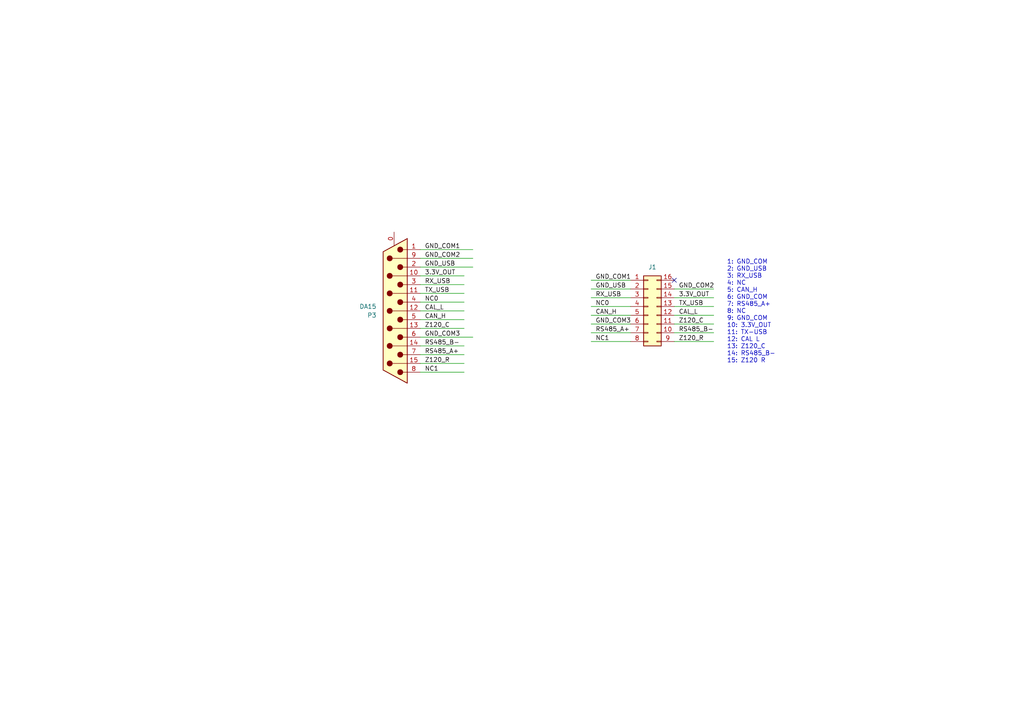
<source format=kicad_sch>
(kicad_sch (version 20230121) (generator eeschema)

  (uuid 982f3ef8-0476-4937-946f-4c922d7f21ea)

  (paper "A4")

  (lib_symbols
    (symbol "Connector:DA15_Plug_MountingHoles" (pin_names (offset 1.016) hide) (in_bom yes) (on_board yes)
      (property "Reference" "J" (at 0 24.13 0)
        (effects (font (size 1.27 1.27)))
      )
      (property "Value" "DA15_Plug_MountingHoles" (at 0 22.225 0)
        (effects (font (size 1.27 1.27)))
      )
      (property "Footprint" "" (at 0 0 0)
        (effects (font (size 1.27 1.27)) hide)
      )
      (property "Datasheet" " ~" (at 0 0 0)
        (effects (font (size 1.27 1.27)) hide)
      )
      (property "ki_keywords" "male plug D-SUB connector" (at 0 0 0)
        (effects (font (size 1.27 1.27)) hide)
      )
      (property "ki_description" "15-pin male plug pin D-SUB connector (low-density/2 columns), Mounting Hole" (at 0 0 0)
        (effects (font (size 1.27 1.27)) hide)
      )
      (property "ki_fp_filters" "DSUB*Male*" (at 0 0 0)
        (effects (font (size 1.27 1.27)) hide)
      )
      (symbol "DA15_Plug_MountingHoles_0_1"
        (circle (center -1.778 -17.78) (radius 0.762)
          (stroke (width 0) (type default))
          (fill (type outline))
        )
        (circle (center -1.778 -12.7) (radius 0.762)
          (stroke (width 0) (type default))
          (fill (type outline))
        )
        (circle (center -1.778 -7.62) (radius 0.762)
          (stroke (width 0) (type default))
          (fill (type outline))
        )
        (circle (center -1.778 -2.54) (radius 0.762)
          (stroke (width 0) (type default))
          (fill (type outline))
        )
        (circle (center -1.778 2.54) (radius 0.762)
          (stroke (width 0) (type default))
          (fill (type outline))
        )
        (circle (center -1.778 7.62) (radius 0.762)
          (stroke (width 0) (type default))
          (fill (type outline))
        )
        (circle (center -1.778 12.7) (radius 0.762)
          (stroke (width 0) (type default))
          (fill (type outline))
        )
        (circle (center -1.778 17.78) (radius 0.762)
          (stroke (width 0) (type default))
          (fill (type outline))
        )
        (polyline
          (pts
            (xy -3.81 -17.78)
            (xy -2.54 -17.78)
          )
          (stroke (width 0) (type default))
          (fill (type none))
        )
        (polyline
          (pts
            (xy -3.81 -15.24)
            (xy 0.508 -15.24)
          )
          (stroke (width 0) (type default))
          (fill (type none))
        )
        (polyline
          (pts
            (xy -3.81 -12.7)
            (xy -2.54 -12.7)
          )
          (stroke (width 0) (type default))
          (fill (type none))
        )
        (polyline
          (pts
            (xy -3.81 -10.16)
            (xy 0.508 -10.16)
          )
          (stroke (width 0) (type default))
          (fill (type none))
        )
        (polyline
          (pts
            (xy -3.81 -7.62)
            (xy -2.54 -7.62)
          )
          (stroke (width 0) (type default))
          (fill (type none))
        )
        (polyline
          (pts
            (xy -3.81 -5.08)
            (xy 0.508 -5.08)
          )
          (stroke (width 0) (type default))
          (fill (type none))
        )
        (polyline
          (pts
            (xy -3.81 -2.54)
            (xy -2.54 -2.54)
          )
          (stroke (width 0) (type default))
          (fill (type none))
        )
        (polyline
          (pts
            (xy -3.81 0)
            (xy 0.508 0)
          )
          (stroke (width 0) (type default))
          (fill (type none))
        )
        (polyline
          (pts
            (xy -3.81 2.54)
            (xy -2.54 2.54)
          )
          (stroke (width 0) (type default))
          (fill (type none))
        )
        (polyline
          (pts
            (xy -3.81 5.08)
            (xy 0.508 5.08)
          )
          (stroke (width 0) (type default))
          (fill (type none))
        )
        (polyline
          (pts
            (xy -3.81 7.62)
            (xy -2.54 7.62)
          )
          (stroke (width 0) (type default))
          (fill (type none))
        )
        (polyline
          (pts
            (xy -3.81 10.16)
            (xy 0.508 10.16)
          )
          (stroke (width 0) (type default))
          (fill (type none))
        )
        (polyline
          (pts
            (xy -3.81 12.7)
            (xy -2.54 12.7)
          )
          (stroke (width 0) (type default))
          (fill (type none))
        )
        (polyline
          (pts
            (xy -3.81 15.24)
            (xy 0.508 15.24)
          )
          (stroke (width 0) (type default))
          (fill (type none))
        )
        (polyline
          (pts
            (xy -3.81 17.78)
            (xy -2.54 17.78)
          )
          (stroke (width 0) (type default))
          (fill (type none))
        )
        (polyline
          (pts
            (xy -3.81 -20.955)
            (xy 3.175 -17.145)
            (xy 3.175 17.145)
            (xy -3.81 20.955)
            (xy -3.81 -20.955)
          )
          (stroke (width 0.254) (type default))
          (fill (type background))
        )
        (circle (center 1.27 -15.24) (radius 0.762)
          (stroke (width 0) (type default))
          (fill (type outline))
        )
        (circle (center 1.27 -10.16) (radius 0.762)
          (stroke (width 0) (type default))
          (fill (type outline))
        )
        (circle (center 1.27 -5.08) (radius 0.762)
          (stroke (width 0) (type default))
          (fill (type outline))
        )
        (circle (center 1.27 0) (radius 0.762)
          (stroke (width 0) (type default))
          (fill (type outline))
        )
        (circle (center 1.27 5.08) (radius 0.762)
          (stroke (width 0) (type default))
          (fill (type outline))
        )
        (circle (center 1.27 10.16) (radius 0.762)
          (stroke (width 0) (type default))
          (fill (type outline))
        )
        (circle (center 1.27 15.24) (radius 0.762)
          (stroke (width 0) (type default))
          (fill (type outline))
        )
      )
      (symbol "DA15_Plug_MountingHoles_1_1"
        (pin passive line (at 0 -22.86 90) (length 3.81)
          (name "PAD" (effects (font (size 1.27 1.27))))
          (number "0" (effects (font (size 1.27 1.27))))
        )
        (pin passive line (at -7.62 -17.78 0) (length 3.81)
          (name "1" (effects (font (size 1.27 1.27))))
          (number "1" (effects (font (size 1.27 1.27))))
        )
        (pin passive line (at -7.62 -10.16 0) (length 3.81)
          (name "P10" (effects (font (size 1.27 1.27))))
          (number "10" (effects (font (size 1.27 1.27))))
        )
        (pin passive line (at -7.62 -5.08 0) (length 3.81)
          (name "P111" (effects (font (size 1.27 1.27))))
          (number "11" (effects (font (size 1.27 1.27))))
        )
        (pin passive line (at -7.62 0 0) (length 3.81)
          (name "P12" (effects (font (size 1.27 1.27))))
          (number "12" (effects (font (size 1.27 1.27))))
        )
        (pin passive line (at -7.62 5.08 0) (length 3.81)
          (name "P13" (effects (font (size 1.27 1.27))))
          (number "13" (effects (font (size 1.27 1.27))))
        )
        (pin passive line (at -7.62 10.16 0) (length 3.81)
          (name "P14" (effects (font (size 1.27 1.27))))
          (number "14" (effects (font (size 1.27 1.27))))
        )
        (pin passive line (at -7.62 15.24 0) (length 3.81)
          (name "P15" (effects (font (size 1.27 1.27))))
          (number "15" (effects (font (size 1.27 1.27))))
        )
        (pin passive line (at -7.62 -12.7 0) (length 3.81)
          (name "2" (effects (font (size 1.27 1.27))))
          (number "2" (effects (font (size 1.27 1.27))))
        )
        (pin passive line (at -7.62 -7.62 0) (length 3.81)
          (name "3" (effects (font (size 1.27 1.27))))
          (number "3" (effects (font (size 1.27 1.27))))
        )
        (pin passive line (at -7.62 -2.54 0) (length 3.81)
          (name "4" (effects (font (size 1.27 1.27))))
          (number "4" (effects (font (size 1.27 1.27))))
        )
        (pin passive line (at -7.62 2.54 0) (length 3.81)
          (name "5" (effects (font (size 1.27 1.27))))
          (number "5" (effects (font (size 1.27 1.27))))
        )
        (pin passive line (at -7.62 7.62 0) (length 3.81)
          (name "6" (effects (font (size 1.27 1.27))))
          (number "6" (effects (font (size 1.27 1.27))))
        )
        (pin passive line (at -7.62 12.7 0) (length 3.81)
          (name "7" (effects (font (size 1.27 1.27))))
          (number "7" (effects (font (size 1.27 1.27))))
        )
        (pin passive line (at -7.62 17.78 0) (length 3.81)
          (name "8" (effects (font (size 1.27 1.27))))
          (number "8" (effects (font (size 1.27 1.27))))
        )
        (pin passive line (at -7.62 -15.24 0) (length 3.81)
          (name "P9" (effects (font (size 1.27 1.27))))
          (number "9" (effects (font (size 1.27 1.27))))
        )
      )
    )
    (symbol "Connector_Generic:Conn_02x08_Counter_Clockwise" (pin_names (offset 1.016) hide) (in_bom yes) (on_board yes)
      (property "Reference" "J" (at 1.27 10.16 0)
        (effects (font (size 1.27 1.27)))
      )
      (property "Value" "Conn_02x08_Counter_Clockwise" (at 1.27 -12.7 0)
        (effects (font (size 1.27 1.27)))
      )
      (property "Footprint" "" (at 0 0 0)
        (effects (font (size 1.27 1.27)) hide)
      )
      (property "Datasheet" "~" (at 0 0 0)
        (effects (font (size 1.27 1.27)) hide)
      )
      (property "ki_keywords" "connector" (at 0 0 0)
        (effects (font (size 1.27 1.27)) hide)
      )
      (property "ki_description" "Generic connector, double row, 02x08, counter clockwise pin numbering scheme (similar to DIP package numbering), script generated (kicad-library-utils/schlib/autogen/connector/)" (at 0 0 0)
        (effects (font (size 1.27 1.27)) hide)
      )
      (property "ki_fp_filters" "Connector*:*_2x??_*" (at 0 0 0)
        (effects (font (size 1.27 1.27)) hide)
      )
      (symbol "Conn_02x08_Counter_Clockwise_1_1"
        (rectangle (start -1.27 -10.033) (end 0 -10.287)
          (stroke (width 0.1524) (type default))
          (fill (type none))
        )
        (rectangle (start -1.27 -7.493) (end 0 -7.747)
          (stroke (width 0.1524) (type default))
          (fill (type none))
        )
        (rectangle (start -1.27 -4.953) (end 0 -5.207)
          (stroke (width 0.1524) (type default))
          (fill (type none))
        )
        (rectangle (start -1.27 -2.413) (end 0 -2.667)
          (stroke (width 0.1524) (type default))
          (fill (type none))
        )
        (rectangle (start -1.27 0.127) (end 0 -0.127)
          (stroke (width 0.1524) (type default))
          (fill (type none))
        )
        (rectangle (start -1.27 2.667) (end 0 2.413)
          (stroke (width 0.1524) (type default))
          (fill (type none))
        )
        (rectangle (start -1.27 5.207) (end 0 4.953)
          (stroke (width 0.1524) (type default))
          (fill (type none))
        )
        (rectangle (start -1.27 7.747) (end 0 7.493)
          (stroke (width 0.1524) (type default))
          (fill (type none))
        )
        (rectangle (start -1.27 8.89) (end 3.81 -11.43)
          (stroke (width 0.254) (type default))
          (fill (type background))
        )
        (rectangle (start 3.81 -10.033) (end 2.54 -10.287)
          (stroke (width 0.1524) (type default))
          (fill (type none))
        )
        (rectangle (start 3.81 -7.493) (end 2.54 -7.747)
          (stroke (width 0.1524) (type default))
          (fill (type none))
        )
        (rectangle (start 3.81 -4.953) (end 2.54 -5.207)
          (stroke (width 0.1524) (type default))
          (fill (type none))
        )
        (rectangle (start 3.81 -2.413) (end 2.54 -2.667)
          (stroke (width 0.1524) (type default))
          (fill (type none))
        )
        (rectangle (start 3.81 0.127) (end 2.54 -0.127)
          (stroke (width 0.1524) (type default))
          (fill (type none))
        )
        (rectangle (start 3.81 2.667) (end 2.54 2.413)
          (stroke (width 0.1524) (type default))
          (fill (type none))
        )
        (rectangle (start 3.81 5.207) (end 2.54 4.953)
          (stroke (width 0.1524) (type default))
          (fill (type none))
        )
        (rectangle (start 3.81 7.747) (end 2.54 7.493)
          (stroke (width 0.1524) (type default))
          (fill (type none))
        )
        (pin passive line (at -5.08 7.62 0) (length 3.81)
          (name "Pin_1" (effects (font (size 1.27 1.27))))
          (number "1" (effects (font (size 1.27 1.27))))
        )
        (pin passive line (at 7.62 -7.62 180) (length 3.81)
          (name "Pin_10" (effects (font (size 1.27 1.27))))
          (number "10" (effects (font (size 1.27 1.27))))
        )
        (pin passive line (at 7.62 -5.08 180) (length 3.81)
          (name "Pin_11" (effects (font (size 1.27 1.27))))
          (number "11" (effects (font (size 1.27 1.27))))
        )
        (pin passive line (at 7.62 -2.54 180) (length 3.81)
          (name "Pin_12" (effects (font (size 1.27 1.27))))
          (number "12" (effects (font (size 1.27 1.27))))
        )
        (pin passive line (at 7.62 0 180) (length 3.81)
          (name "Pin_13" (effects (font (size 1.27 1.27))))
          (number "13" (effects (font (size 1.27 1.27))))
        )
        (pin passive line (at 7.62 2.54 180) (length 3.81)
          (name "Pin_14" (effects (font (size 1.27 1.27))))
          (number "14" (effects (font (size 1.27 1.27))))
        )
        (pin passive line (at 7.62 5.08 180) (length 3.81)
          (name "Pin_15" (effects (font (size 1.27 1.27))))
          (number "15" (effects (font (size 1.27 1.27))))
        )
        (pin passive line (at 7.62 7.62 180) (length 3.81)
          (name "Pin_16" (effects (font (size 1.27 1.27))))
          (number "16" (effects (font (size 1.27 1.27))))
        )
        (pin passive line (at -5.08 5.08 0) (length 3.81)
          (name "Pin_2" (effects (font (size 1.27 1.27))))
          (number "2" (effects (font (size 1.27 1.27))))
        )
        (pin passive line (at -5.08 2.54 0) (length 3.81)
          (name "Pin_3" (effects (font (size 1.27 1.27))))
          (number "3" (effects (font (size 1.27 1.27))))
        )
        (pin passive line (at -5.08 0 0) (length 3.81)
          (name "Pin_4" (effects (font (size 1.27 1.27))))
          (number "4" (effects (font (size 1.27 1.27))))
        )
        (pin passive line (at -5.08 -2.54 0) (length 3.81)
          (name "Pin_5" (effects (font (size 1.27 1.27))))
          (number "5" (effects (font (size 1.27 1.27))))
        )
        (pin passive line (at -5.08 -5.08 0) (length 3.81)
          (name "Pin_6" (effects (font (size 1.27 1.27))))
          (number "6" (effects (font (size 1.27 1.27))))
        )
        (pin passive line (at -5.08 -7.62 0) (length 3.81)
          (name "Pin_7" (effects (font (size 1.27 1.27))))
          (number "7" (effects (font (size 1.27 1.27))))
        )
        (pin passive line (at -5.08 -10.16 0) (length 3.81)
          (name "Pin_8" (effects (font (size 1.27 1.27))))
          (number "8" (effects (font (size 1.27 1.27))))
        )
        (pin passive line (at 7.62 -10.16 180) (length 3.81)
          (name "Pin_9" (effects (font (size 1.27 1.27))))
          (number "9" (effects (font (size 1.27 1.27))))
        )
      )
    )
  )


  (no_connect (at 195.58 81.28) (uuid ec303581-3e24-4386-9870-4c6030b230cb))

  (wire (pts (xy 121.92 87.63) (xy 134.62 87.63))
    (stroke (width 0) (type default))
    (uuid 06637527-4a18-4733-8292-27bd9321679f)
  )
  (wire (pts (xy 121.92 77.47) (xy 137.16 77.47))
    (stroke (width 0) (type default))
    (uuid 12fcb899-5cfc-4b0e-b1c1-82a981bf542f)
  )
  (wire (pts (xy 121.92 80.01) (xy 134.62 80.01))
    (stroke (width 0) (type default))
    (uuid 14fdfb03-ab22-42c0-90da-5f03bd0f2e64)
  )
  (wire (pts (xy 171.45 91.44) (xy 182.88 91.44))
    (stroke (width 0) (type default))
    (uuid 16ecac25-fd8c-453b-b816-2280e089d53f)
  )
  (wire (pts (xy 121.92 90.17) (xy 134.62 90.17))
    (stroke (width 0) (type default))
    (uuid 18b51bfe-e726-4cf9-ab3f-799936126192)
  )
  (wire (pts (xy 121.92 97.79) (xy 137.16 97.79))
    (stroke (width 0) (type default))
    (uuid 1ad974f2-50ae-4436-849f-827b19e3e0cb)
  )
  (wire (pts (xy 171.45 99.06) (xy 182.88 99.06))
    (stroke (width 0) (type default))
    (uuid 233ed099-fa33-4eb5-a69d-bed0a8b59b4c)
  )
  (wire (pts (xy 195.58 93.98) (xy 207.01 93.98))
    (stroke (width 0) (type default))
    (uuid 2671eaa9-eb2c-4ee3-90df-d8b8f7f855cb)
  )
  (wire (pts (xy 195.58 86.36) (xy 207.01 86.36))
    (stroke (width 0) (type default))
    (uuid 2e572189-bfab-4f10-9968-23cc0117cca0)
  )
  (wire (pts (xy 195.58 88.9) (xy 207.01 88.9))
    (stroke (width 0) (type default))
    (uuid 347bebe6-08ef-4572-8d31-87376a2e2670)
  )
  (wire (pts (xy 121.92 100.33) (xy 134.62 100.33))
    (stroke (width 0) (type default))
    (uuid 40ee40a0-95a8-4aab-92ea-41f05536fe30)
  )
  (wire (pts (xy 121.92 72.39) (xy 137.16 72.39))
    (stroke (width 0) (type default))
    (uuid 47e71d92-94d7-4dfa-a686-bacfdd02dae8)
  )
  (wire (pts (xy 195.58 99.06) (xy 207.01 99.06))
    (stroke (width 0) (type default))
    (uuid 4c3a6c53-abc1-49c5-b685-9f21e9a2e61c)
  )
  (wire (pts (xy 121.92 107.95) (xy 134.62 107.95))
    (stroke (width 0) (type default))
    (uuid 6c451026-f277-4783-aee8-d1d852c35165)
  )
  (wire (pts (xy 171.45 83.82) (xy 182.88 83.82))
    (stroke (width 0) (type default))
    (uuid 7446bc61-f5e8-4b64-866b-147c212acf33)
  )
  (wire (pts (xy 121.92 74.93) (xy 137.16 74.93))
    (stroke (width 0) (type default))
    (uuid 7eb58cf8-bf12-4bc5-9ad3-3a6aee8d14d0)
  )
  (wire (pts (xy 171.45 93.98) (xy 182.88 93.98))
    (stroke (width 0) (type default))
    (uuid 7f093a92-3e5c-4d61-9b98-d2e7ffa049ad)
  )
  (wire (pts (xy 171.45 96.52) (xy 182.88 96.52))
    (stroke (width 0) (type default))
    (uuid 816ca96f-0318-4084-9cff-00c0120f4413)
  )
  (wire (pts (xy 171.45 88.9) (xy 182.88 88.9))
    (stroke (width 0) (type default))
    (uuid 87df90bf-023e-463e-ae25-759390aa9239)
  )
  (wire (pts (xy 195.58 83.82) (xy 207.01 83.82))
    (stroke (width 0) (type default))
    (uuid 8a881b3a-e397-43d7-a04e-67cb8ddb72c5)
  )
  (wire (pts (xy 171.45 81.28) (xy 182.88 81.28))
    (stroke (width 0) (type default))
    (uuid 8b3bb877-5802-4969-82ec-c71d142edda7)
  )
  (wire (pts (xy 195.58 96.52) (xy 207.01 96.52))
    (stroke (width 0) (type default))
    (uuid 96c2217a-e844-46fc-bfdd-c647202e1d58)
  )
  (wire (pts (xy 195.58 91.44) (xy 207.01 91.44))
    (stroke (width 0) (type default))
    (uuid a5dce2f2-9344-4e9d-ae4d-98b5b4ad8af1)
  )
  (wire (pts (xy 171.45 86.36) (xy 182.88 86.36))
    (stroke (width 0) (type default))
    (uuid aef71566-7814-4128-a0cc-326976cb111a)
  )
  (wire (pts (xy 121.92 85.09) (xy 134.62 85.09))
    (stroke (width 0) (type default))
    (uuid bddaf2b6-917a-458f-9b35-4e43a9235bd6)
  )
  (wire (pts (xy 121.92 82.55) (xy 134.62 82.55))
    (stroke (width 0) (type default))
    (uuid c9930456-fb0f-4c5c-bdfa-9b54e8495482)
  )
  (wire (pts (xy 121.92 105.41) (xy 134.62 105.41))
    (stroke (width 0) (type default))
    (uuid cd2e9a2c-8630-4e62-8575-45bc180c1076)
  )
  (wire (pts (xy 121.92 92.71) (xy 134.62 92.71))
    (stroke (width 0) (type default))
    (uuid cd9ea3ac-53f0-465e-9f99-a72379298de9)
  )
  (wire (pts (xy 121.92 102.87) (xy 134.62 102.87))
    (stroke (width 0) (type default))
    (uuid f5e36636-9cb7-4e0e-a06a-9f8c46570ac5)
  )
  (wire (pts (xy 121.92 95.25) (xy 134.62 95.25))
    (stroke (width 0) (type default))
    (uuid f8848865-7197-4c99-9eb1-01335f07ec36)
  )

  (text "1: GND_COM\n2: GND_USB\n3: RX_USB\n4: NC\n5: CAN_H\n6: GND_COM\n7: RS485_A+\n8: NC\n9: GND_COM\n10: 3.3V_OUT\n11: TX-USB\n12: CAL L\n13: Z120_C\n14: RS485_B-\n15: Z120 R"
    (at 210.82 105.41 0)
    (effects (font (size 1.27 1.27)) (justify left bottom))
    (uuid e0a53347-f9b6-44f9-bdab-999d8eeb5070)
  )

  (label "NC0" (at 172.72 88.9 0) (fields_autoplaced)
    (effects (font (size 1.27 1.27)) (justify left bottom))
    (uuid 095b8d3f-f454-4751-9436-1d5ad004a4d1)
  )
  (label "GND_COM1" (at 123.19 72.39 0) (fields_autoplaced)
    (effects (font (size 1.27 1.27)) (justify left bottom))
    (uuid 0e45c30d-b24e-413a-9923-89a8752de9cd)
  )
  (label "GND_USB" (at 172.72 83.82 0) (fields_autoplaced)
    (effects (font (size 1.27 1.27)) (justify left bottom))
    (uuid 0f8ff2f3-b317-4f00-b172-e86eb4a255ea)
  )
  (label "RS485_A+" (at 123.19 102.87 0) (fields_autoplaced)
    (effects (font (size 1.27 1.27)) (justify left bottom))
    (uuid 124348d2-3a6f-4649-a78a-5eb988afaa0d)
  )
  (label "NC1" (at 172.72 99.06 0) (fields_autoplaced)
    (effects (font (size 1.27 1.27)) (justify left bottom))
    (uuid 138605bd-5ae9-4dda-8328-d5b486a85ec2)
  )
  (label "Z120_C" (at 196.85 93.98 0) (fields_autoplaced)
    (effects (font (size 1.27 1.27)) (justify left bottom))
    (uuid 15fd798c-239a-419f-a7ed-c26afbd54889)
  )
  (label "RS485_B-" (at 123.19 100.33 0) (fields_autoplaced)
    (effects (font (size 1.27 1.27)) (justify left bottom))
    (uuid 3be9160c-805f-4a88-a20d-9fe930ad85dc)
  )
  (label "CAL_L" (at 196.85 91.44 0) (fields_autoplaced)
    (effects (font (size 1.27 1.27)) (justify left bottom))
    (uuid 3fc288e9-73c0-4c8b-8692-9e8e9af3d0ed)
  )
  (label "CAN_H" (at 172.72 91.44 0) (fields_autoplaced)
    (effects (font (size 1.27 1.27)) (justify left bottom))
    (uuid 41f7b20f-2156-4785-9802-e421aa67c38a)
  )
  (label "GND_COM2" (at 123.19 74.93 0) (fields_autoplaced)
    (effects (font (size 1.27 1.27)) (justify left bottom))
    (uuid 480b2868-f3a0-4ee1-9dca-6a42801f8b39)
  )
  (label "RX_USB" (at 123.19 82.55 0) (fields_autoplaced)
    (effects (font (size 1.27 1.27)) (justify left bottom))
    (uuid 4c11afb4-af2a-48cd-8a10-95527087397f)
  )
  (label "3.3V_OUT" (at 196.85 86.36 0) (fields_autoplaced)
    (effects (font (size 1.27 1.27)) (justify left bottom))
    (uuid 57f14551-a7b1-4682-b7b1-50253768c0b0)
  )
  (label "Z120_R" (at 196.85 99.06 0) (fields_autoplaced)
    (effects (font (size 1.27 1.27)) (justify left bottom))
    (uuid 59583f0f-d5c6-4076-a86d-608d73761825)
  )
  (label "RS485_B-" (at 196.85 96.52 0) (fields_autoplaced)
    (effects (font (size 1.27 1.27)) (justify left bottom))
    (uuid 5d945bfc-a3cf-41eb-a131-f3c2a431bae3)
  )
  (label "GND_COM1" (at 172.72 81.28 0) (fields_autoplaced)
    (effects (font (size 1.27 1.27)) (justify left bottom))
    (uuid 6ff93305-03f3-4f86-86fe-6d659ecba388)
  )
  (label "TX_USB" (at 123.19 85.09 0) (fields_autoplaced)
    (effects (font (size 1.27 1.27)) (justify left bottom))
    (uuid 732697b7-e752-4948-ace9-26259bda606a)
  )
  (label "RX_USB" (at 172.72 86.36 0) (fields_autoplaced)
    (effects (font (size 1.27 1.27)) (justify left bottom))
    (uuid 7c0f3378-e28b-4eba-85b9-e04c0496324e)
  )
  (label "CAL_L" (at 123.19 90.17 0) (fields_autoplaced)
    (effects (font (size 1.27 1.27)) (justify left bottom))
    (uuid 985ed123-c18c-4e9c-be11-23abb5131b69)
  )
  (label "TX_USB" (at 196.85 88.9 0) (fields_autoplaced)
    (effects (font (size 1.27 1.27)) (justify left bottom))
    (uuid a981cfe3-b9d3-4d3c-8d1f-0f1b21a0b024)
  )
  (label "NC0" (at 123.19 87.63 0) (fields_autoplaced)
    (effects (font (size 1.27 1.27)) (justify left bottom))
    (uuid b14066ec-0e5c-4b49-9f7b-b137090d8f62)
  )
  (label "GND_COM3" (at 172.72 93.98 0) (fields_autoplaced)
    (effects (font (size 1.27 1.27)) (justify left bottom))
    (uuid b2c12943-ae18-4756-8333-ed1f441fa39f)
  )
  (label "3.3V_OUT" (at 123.19 80.01 0) (fields_autoplaced)
    (effects (font (size 1.27 1.27)) (justify left bottom))
    (uuid b5a63b07-a795-45cc-a62a-d7f500874c20)
  )
  (label "Z120_R" (at 123.19 105.41 0) (fields_autoplaced)
    (effects (font (size 1.27 1.27)) (justify left bottom))
    (uuid bbfa6a90-4285-4e55-9ca9-cafda6814b2f)
  )
  (label "GND_COM2" (at 196.85 83.82 0) (fields_autoplaced)
    (effects (font (size 1.27 1.27)) (justify left bottom))
    (uuid be1ca87e-4458-4711-a0cf-d5216e11f1d1)
  )
  (label "Z120_C" (at 123.19 95.25 0) (fields_autoplaced)
    (effects (font (size 1.27 1.27)) (justify left bottom))
    (uuid bf4fde27-d286-482f-bc4b-aecd0a1e626c)
  )
  (label "GND_COM3" (at 123.19 97.79 0) (fields_autoplaced)
    (effects (font (size 1.27 1.27)) (justify left bottom))
    (uuid d6117f00-9b44-4319-8b27-28c066e2b360)
  )
  (label "CAN_H" (at 123.19 92.71 0) (fields_autoplaced)
    (effects (font (size 1.27 1.27)) (justify left bottom))
    (uuid e18164ee-1ccc-4db3-a129-5a8748b433d8)
  )
  (label "NC1" (at 123.19 107.95 0) (fields_autoplaced)
    (effects (font (size 1.27 1.27)) (justify left bottom))
    (uuid f5046eed-84c6-43b4-a99a-7c816187b6b0)
  )
  (label "GND_USB" (at 123.19 77.47 0) (fields_autoplaced)
    (effects (font (size 1.27 1.27)) (justify left bottom))
    (uuid f593c75c-b48a-4cef-a108-eb2ac6b0ccad)
  )
  (label "RS485_A+" (at 172.72 96.52 0) (fields_autoplaced)
    (effects (font (size 1.27 1.27)) (justify left bottom))
    (uuid fab3ad2b-2a39-40d8-ba8c-b2f0e09062f2)
  )

  (symbol (lib_id "Connector_Generic:Conn_02x08_Counter_Clockwise") (at 187.96 88.9 0) (unit 1)
    (in_bom yes) (on_board yes) (dnp no) (fields_autoplaced)
    (uuid ad8d897a-bfca-451b-a8e4-3d18c85dcff5)
    (property "Reference" "J1" (at 189.23 77.47 0)
      (effects (font (size 1.27 1.27)))
    )
    (property "Value" "Conn_01x15" (at 190.5 90.17 0)
      (effects (font (size 1.27 1.27)) (justify left) hide)
    )
    (property "Footprint" "Connector_PinHeader_2.54mm:PinHeader_2x08_P2.54mm_Vertical_1" (at 187.96 88.9 0)
      (effects (font (size 1.27 1.27)) hide)
    )
    (property "Datasheet" "~" (at 187.96 88.9 0)
      (effects (font (size 1.27 1.27)) hide)
    )
    (pin "8" (uuid 07bf831d-7a03-4701-9ac7-5be49d400335))
    (pin "14" (uuid 30fea500-0edf-4575-971e-6d26229350f8))
    (pin "15" (uuid 49020409-2b14-420e-a4e6-d69c3a86ce23))
    (pin "9" (uuid 9f67f2b9-b71a-42f6-8c29-7e08e9fa5be5))
    (pin "6" (uuid 993e1460-3038-4680-b30d-d909f9c4129a))
    (pin "12" (uuid 0a4f9c2d-ab9d-403d-9a43-62de9ea977f1))
    (pin "11" (uuid dc3bcb7a-5e2a-4444-9b80-d011987a8f9d))
    (pin "7" (uuid 29554406-8025-49e9-ac52-cfb1a1d8a55b))
    (pin "4" (uuid b26e85c0-a9c2-46b2-b40a-2e6065cc421c))
    (pin "5" (uuid f3bcfc1a-4694-4dcd-9391-fae2cfdcc774))
    (pin "10" (uuid 71da0167-d512-4b6e-8d29-c89e3747ece5))
    (pin "3" (uuid 446fb279-7cf7-46e3-a8fb-85cb5be1d76f))
    (pin "13" (uuid cc8895d5-b23a-43db-b816-1598211e5602))
    (pin "2" (uuid 1892ae43-c237-4b4b-9131-ba9ecc2c77b5))
    (pin "1" (uuid 72ce8b38-b7ab-4378-bdbe-734ca5e3fb76))
    (pin "16" (uuid a622530b-7332-4121-9805-09d158e1c066))
    (instances
      (project "DSUB15_Male"
        (path "/982f3ef8-0476-4937-946f-4c922d7f21ea"
          (reference "J1") (unit 1)
        )
      )
    )
  )

  (symbol (lib_id "Connector:DA15_Plug_MountingHoles") (at 114.3 90.17 180) (unit 1)
    (in_bom yes) (on_board yes) (dnp no)
    (uuid e2eb420d-ca89-42df-978c-885edc919b78)
    (property "Reference" "P3" (at 109.22 91.44 0)
      (effects (font (size 1.27 1.27)) (justify left))
    )
    (property "Value" "DA15" (at 109.22 88.9 0)
      (effects (font (size 1.27 1.27)) (justify left))
    )
    (property "Footprint" "Connector_Dsub:DSUB-15_Male_EdgeMount_P2.77mm_1" (at 114.3 90.17 0)
      (effects (font (size 1.27 1.27)) hide)
    )
    (property "Datasheet" " ~" (at 114.3 90.17 0)
      (effects (font (size 1.27 1.27)) hide)
    )
    (pin "2" (uuid d91437de-e782-4cc7-952e-2cca3af8cde3))
    (pin "4" (uuid c8cc0089-ed93-41d7-ba1e-0dc1371b68bf))
    (pin "10" (uuid 31f8d079-f0bc-4801-bdd0-948c189e4e0f))
    (pin "13" (uuid 6e0d914f-38cf-45a7-9e3e-0660d769c5cd))
    (pin "12" (uuid 96cce9e8-fcb3-4728-b2a8-2743ba0bef64))
    (pin "14" (uuid 0d8fe31a-bf65-40fc-a5f6-ca62eb487fa4))
    (pin "1" (uuid 6f57fd4e-797a-417d-8543-0732aac7b5bb))
    (pin "8" (uuid 8dc3c079-4bd3-4ab6-a548-e964fa91d696))
    (pin "6" (uuid 4c7a590d-014f-4cef-bdfc-84944415838d))
    (pin "9" (uuid 90d2f88e-7dfe-4b4d-bf55-0bbb330e8b17))
    (pin "15" (uuid 370a2154-5602-42b0-bd5f-4e4ba197dcab))
    (pin "0" (uuid 3980aac1-ec72-4a37-9f28-bd7e9f7a6729))
    (pin "11" (uuid 2f0a3412-4653-4fb3-96d7-20cc51b5fa0b))
    (pin "3" (uuid 25ed5c1e-699f-4b6d-a6b8-968041b59846))
    (pin "7" (uuid fdbba010-87c9-44a0-aec1-22cd2ba258c9))
    (pin "5" (uuid f15cca4b-1465-4717-ba22-514e897afc51))
    (instances
      (project "DSUB15_Male"
        (path "/982f3ef8-0476-4937-946f-4c922d7f21ea"
          (reference "P3") (unit 1)
        )
      )
    )
  )

  (sheet_instances
    (path "/" (page "1"))
  )
)

</source>
